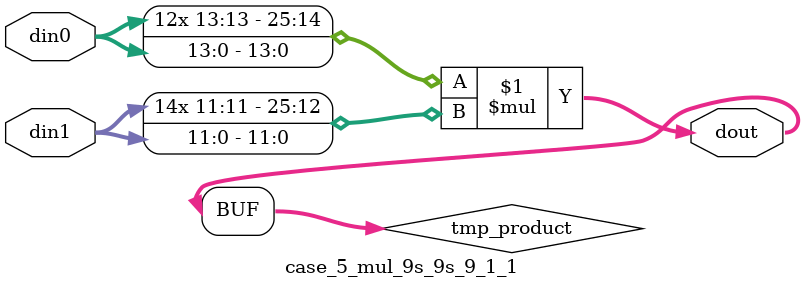
<source format=v>

`timescale 1 ns / 1 ps

 module case_5_mul_9s_9s_9_1_1(din0, din1, dout);
parameter ID = 1;
parameter NUM_STAGE = 0;
parameter din0_WIDTH = 14;
parameter din1_WIDTH = 12;
parameter dout_WIDTH = 26;

input [din0_WIDTH - 1 : 0] din0; 
input [din1_WIDTH - 1 : 0] din1; 
output [dout_WIDTH - 1 : 0] dout;

wire signed [dout_WIDTH - 1 : 0] tmp_product;



























assign tmp_product = $signed(din0) * $signed(din1);








assign dout = tmp_product;





















endmodule

</source>
